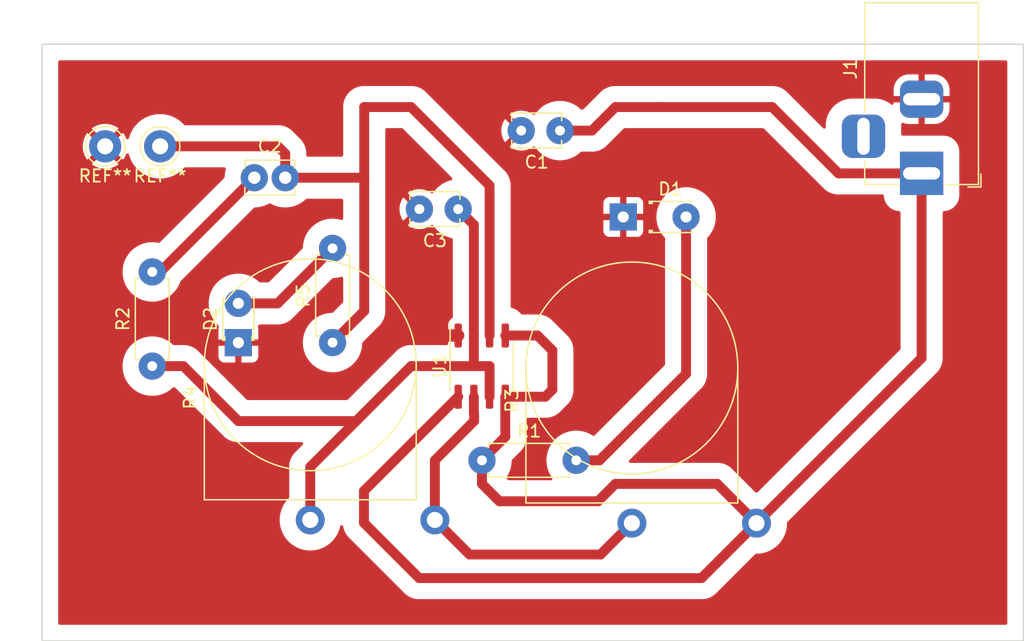
<source format=kicad_pcb>
(kicad_pcb (version 20211014) (generator pcbnew)
  (layers (0 "F.Cu" signal) (31 "B.Cu" signal) (34 "B.Paste" user) (35 "F.Paste" user) (36 "B.SilkS" user "B.Silkscreen") (37 "F.SilkS" user "F.Silkscreen") (38 "B.Mask" user) (39 "F.Mask" user) (44 "Edge.Cuts" user))
  (net 0 "")
  (net 1 "VCC")
  (net 2 "GND")
  (net 3 "Net-(C2-Pad1)")
  (net 4 "Vo")
  (net 5 "Net-(C3-Pad1)")
  (net 6 "Net-(D1-Pad2)")
  (net 7 "Net-(D2-Pad2)")
  (net 8 "Net-(R3-Pad2)")
  (footprint "Capacitor_THT:C_Disc_D3.8mm_W2.6mm_P2.50mm" (layer "F.Cu") (at 30.52 24.765)
    (fp_text reference "C2" (at 1.25 -2.55) (layer "F.SilkS"))
    (fp_text value "CAP")
    (fp_line (start -0.77 -1.42) (end -0.77 -0.795) (layer "F.SilkS") (width 0.12))
    (fp_line (start -0.77 0.795) (end -0.77 1.42) (layer "F.SilkS") (width 0.12))
    (fp_line (start 3.27 -1.42) (end 3.27 -0.795) (layer "F.SilkS") (width 0.12))
    (fp_line (start -0.77 1.42) (end 3.27 1.42) (layer "F.SilkS") (width 0.12))
    (fp_line (start -0.77 -1.42) (end 3.27 -1.42) (layer "F.SilkS") (width 0.12))
    (fp_line (start 3.27 0.795) (end 3.27 1.42) (layer "F.SilkS") (width 0.12))
    (pad "1" thru_hole circle (at 0 0) (size 2.2 2.2) (drill 1) (layers *.Cu *.Mask) (net 3 "Net-(C2-Pad1)"))
    (pad "2" thru_hole circle (at 2.5 0) (size 2.2 2.2) (drill 1) (layers *.Cu *.Mask) (net 4 "Vo"))
  )
  (footprint "Resistor_THT:R_Axial_DIN0207_L6.3mm_D2.5mm_P7.62mm_Horizontal" (layer "F.Cu") (at 48.935 47.625)
    (fp_text reference "R1" (at 3.81 -2.37) (layer "F.SilkS"))
    (fp_text value "R")
    (fp_line (start 7.08 -1.37) (end 7.08 -1.04) (layer "F.SilkS") (width 0.12))
    (fp_line (start 7.08 1.37) (end 7.08 1.04) (layer "F.SilkS") (width 0.12))
    (fp_line (start 0.54 -1.37) (end 7.08 -1.37) (layer "F.SilkS") (width 0.12))
    (fp_line (start 0.54 1.04) (end 0.54 1.37) (layer "F.SilkS") (width 0.12))
    (fp_line (start 0.54 -1.04) (end 0.54 -1.37) (layer "F.SilkS") (width 0.12))
    (fp_line (start 0.54 1.37) (end 7.08 1.37) (layer "F.SilkS") (width 0.12))
    (pad "1" thru_hole circle (at 0 0) (size 2.2 2.2) (drill 0.8) (layers *.Cu *.Mask) (net 1 "VCC"))
    (pad "2" thru_hole oval (at 7.62 0) (size 2.2 2.2) (drill 0.8) (layers *.Cu *.Mask) (net 6 "Net-(D1-Pad2)"))
  )
  (footprint "LED_THT:LED_D1.8mm_W3.3mm_H2.4mm" (layer "F.Cu") (at 62.905 27.94)
    (fp_text reference "D1" (at 1.27 -2.26) (layer "F.SilkS"))
    (fp_text value "LED")
    (fp_line (start -0.2 -1.26) (end -0.2 -1.08) (layer "F.SilkS") (width 0.12))
    (fp_line (start -0.44 1.08) (end -0.44 1.26) (layer "F.SilkS") (width 0.12))
    (fp_line (start -0.32 1.08) (end -0.32 1.26) (layer "F.SilkS") (width 0.12))
    (fp_line (start -0.44 -1.26) (end -0.44 -1.08) (layer "F.SilkS") (width 0.12))
    (fp_line (start -0.32 -1.26) (end -0.32 -1.08) (layer "F.SilkS") (width 0.12))
    (fp_line (start -0.44 1.26) (end 2.98 1.26) (layer "F.SilkS") (width 0.12))
    (fp_line (start 2.98 -1.26) (end 2.98 -1.095) (layer "F.SilkS") (width 0.12))
    (fp_line (start 2.98 1.095) (end 2.98 1.26) (layer "F.SilkS") (width 0.12))
    (fp_line (start -0.2 1.08) (end -0.2 1.26) (layer "F.SilkS") (width 0.12))
    (fp_line (start -0.44 -1.26) (end 2.98 -1.26) (layer "F.SilkS") (width 0.12))
    (pad "1" thru_hole rect (at -2.54 0) (size 2.2 2.2) (drill 0.9) (layers *.Cu *.Mask) (net 2 "GND"))
    (pad "2" thru_hole circle (at 2.54 0) (size 2.2 2.2) (drill 0.9) (layers *.Cu *.Mask) (net 6 "Net-(D1-Pad2)"))
  )
  (footprint "Package_SO:SOIC-8_3.9x4.9mm_P1.27mm" (layer "F.Cu") (at 48.915 40.005 90)
    (fp_text reference "U1" (at 0 -3.4 90) (layer "F.SilkS"))
    (fp_text value "NE555D")
    (fp_line (start 0 2.56) (end 1.95 2.56) (layer "F.SilkS") (width 0.12))
    (fp_line (start 0 2.56) (end -1.95 2.56) (layer "F.SilkS") (width 0.12))
    (fp_line (start 0 -2.56) (end 3.45 -2.56) (layer "F.SilkS") (width 0.12))
    (fp_line (start 0 -2.56) (end -1.95 -2.56) (layer "F.SilkS") (width 0.12))
    (pad "1" smd roundrect (at 2.475 -1.905 90) (size 1.95 0.6) (layers "F.Cu" "F.Paste" "F.Mask") (net 2 "GND"))
    (pad "2" smd roundrect (at 2.475 -0.635 90) (size 1.95 0.6) (layers "F.Cu" "F.Paste" "F.Mask") (net 5 "Net-(C3-Pad1)"))
    (pad "3" smd roundrect (at 2.475 0.635 90) (size 1.95 0.6) (layers "F.Cu" "F.Paste" "F.Mask") (net 4 "Vo"))
    (pad "4" smd roundrect (at 2.475 1.905 90) (size 1.95 0.6) (layers "F.Cu" "F.Paste" "F.Mask") (net 1 "VCC"))
    (pad "5" smd roundrect (at -2.475 1.905 90) (size 1.95 0.6) (layers "F.Cu" "F.Paste" "F.Mask") (net 1 "VCC"))
    (pad "6" smd roundrect (at -2.475 0.635 90) (size 1.95 0.6) (layers "F.Cu" "F.Paste" "F.Mask") (net 5 "Net-(C3-Pad1)"))
    (pad "7" smd roundrect (at -2.475 -0.635 90) (size 1.95 0.6) (layers "F.Cu" "F.Paste" "F.Mask") (net 8 "Net-(R3-Pad2)"))
    (pad "8" smd roundrect (at -2.475 -1.905 90) (size 1.95 0.6) (layers "F.Cu" "F.Paste" "F.Mask") (net 1 "VCC"))
  )
  (footprint "Connector_Pin:Pin_D1.3mm_L11.0mm" (layer "F.Cu") (at 18.455 22.225)
    (fp_text reference "REF**" (at 0 2.4) (layer "F.SilkS"))
    (fp_text value "Pin_D1.3mm_L11.0mm")
    (fp_circle (center 0 0) (end 1.6 0.05) (layer "F.SilkS") (width 0.12) (fill none))
    (pad "1" thru_hole circle (at 0 0) (size 2.6 2.6) (drill 1.3) (layers *.Cu *.Mask) (net 2 "GND"))
  )
  (footprint "Potentiometer_THT:Potentiometer_Omeg_PC16BU_Vertical" (layer "F.Cu") (at 40.045 52.445 90)
    (fp_text reference "R4" (at 9.915 -14.7 90) (layer "F.SilkS"))
    (fp_text value "R_Variable")
    (fp_line (start 1.63 -13.57) (end 12.55 -13.57) (layer "F.SilkS") (width 0.12))
    (fp_line (start 1.63 -13.57) (end 1.63 3.57) (layer "F.SilkS") (width 0.12))
    (fp_line (start 1.63 3.57) (end 12.55 3.57) (layer "F.SilkS") (width 0.12))
    (fp_circle (center 12.55 -5) (end 21.12 -5) (layer "F.SilkS") (width 0.12) (fill none))
    (pad "1" thru_hole circle (at 0 5.08 90) (size 2.34 2.34) (drill 1.3) (layers *.Cu *.Mask) (net 8 "Net-(R3-Pad2)"))
    (pad "2" thru_hole circle (at 0 -5 90) (size 2.34 2.34) (drill 1.3) (layers *.Cu *.Mask) (net 5 "Net-(C3-Pad1)"))
  )
  (footprint "Potentiometer_THT:Potentiometer_Omeg_PC16BU_Vertical" (layer "F.Cu") (at 66.06 52.705 90)
    (fp_text reference "R3" (at 9.915 -14.7 90) (layer "F.SilkS"))
    (fp_text value "R_Variable")
    (fp_line (start 1.63 3.57) (end 12.55 3.57) (layer "F.SilkS") (width 0.12))
    (fp_line (start 1.63 -13.57) (end 12.55 -13.57) (layer "F.SilkS") (width 0.12))
    (fp_line (start 1.63 -13.57) (end 1.63 3.57) (layer "F.SilkS") (width 0.12))
    (fp_circle (center 12.55 -5) (end 21.12 -5) (layer "F.SilkS") (width 0.12) (fill none))
    (pad "1" thru_hole circle (at 0 5.08 90) (size 2.34 2.34) (drill 1.3) (layers *.Cu *.Mask) (net 1 "VCC"))
    (pad "2" thru_hole circle (at 0 -5 90) (size 2.34 2.34) (drill 1.3) (layers *.Cu *.Mask) (net 8 "Net-(R3-Pad2)"))
  )
  (footprint "Connector_Pin:Pin_D1.3mm_L11.0mm" (layer "F.Cu") (at 22.9 22.225)
    (fp_text reference "REF**" (at 0 2.4) (layer "F.SilkS"))
    (fp_text value "Pin_D1.3mm_L11.0mm")
    (fp_circle (center 0 0) (end 1.6 0.05) (layer "F.SilkS") (width 0.12) (fill none))
    (pad "1" thru_hole circle (at 0 0) (size 2.6 2.6) (drill 1.3) (layers *.Cu *.Mask) (net 4 "Vo"))
  )
  (footprint "Connector_BarrelJack:BarrelJack_Horizontal" (layer "F.Cu") (at 84.495 24.415 -90)
    (fp_text reference "J1" (at -8.45 5.75 90) (layer "F.SilkS"))
    (fp_text value "Barrel_Jack")
    (fp_line (start -13.8 -4.6) (end 0.9 -4.6) (layer "F.SilkS") (width 0.12))
    (fp_line (start 0.9 -4.6) (end 0.9 -2) (layer "F.SilkS") (width 0.12))
    (fp_line (start 0.05 -4.8) (end 1.1 -4.8) (layer "F.SilkS") (width 0.12))
    (fp_line (start 1.1 -3.75) (end 1.1 -4.8) (layer "F.SilkS") (width 0.12))
    (fp_line (start 0.9 1.9) (end 0.9 4.6) (layer "F.SilkS") (width 0.12))
    (fp_line (start -5 4.6) (end -13.8 4.6) (layer "F.SilkS") (width 0.12))
    (fp_line (start -13.8 4.6) (end -13.8 -4.6) (layer "F.SilkS") (width 0.12))
    (fp_line (start 0.9 4.6) (end -1 4.6) (layer "F.SilkS") (width 0.12))
    (pad "1" thru_hole rect (at 0 0 270) (size 3.5 3.5) (drill oval 1 3) (layers *.Cu *.Mask) (net 1 "VCC"))
    (pad "2" thru_hole roundrect (at -6 0 270) (size 3 3.5) (drill oval 1 3) (layers *.Cu *.Mask) (net 2 "GND"))
    (pad "3" thru_hole roundrect (at -3 4.7 270) (size 3.5 3.5) (drill oval 3 1) (layers *.Cu *.Mask))
  )
  (footprint "Capacitor_THT:C_Disc_D3.8mm_W2.6mm_P2.50mm" (layer "F.Cu") (at 46.375 27.305 180)
    (fp_text reference "C3" (at 1.25 -2.55) (layer "F.SilkS"))
    (fp_text value "CAP")
    (fp_line (start -0.77 -1.42) (end -0.77 -0.795) (layer "F.SilkS") (width 0.12))
    (fp_line (start -0.77 -1.42) (end 3.27 -1.42) (layer "F.SilkS") (width 0.12))
    (fp_line (start 3.27 -1.42) (end 3.27 -0.795) (layer "F.SilkS") (width 0.12))
    (fp_line (start -0.77 0.795) (end -0.77 1.42) (layer "F.SilkS") (width 0.12))
    (fp_line (start -0.77 1.42) (end 3.27 1.42) (layer "F.SilkS") (width 0.12))
    (fp_line (start 3.27 0.795) (end 3.27 1.42) (layer "F.SilkS") (width 0.12))
    (pad "1" thru_hole circle (at -0.635 0 180) (size 2.2 2.2) (drill 0.8) (layers *.Cu *.Mask) (net 5 "Net-(C3-Pad1)"))
    (pad "2" thru_hole circle (at 2.5 0 180) (size 2.2 2.2) (drill 0.8) (layers *.Cu *.Mask) (net 2 "GND"))
  )
  (footprint "Resistor_THT:R_Axial_DIN0207_L6.3mm_D2.5mm_P7.62mm_Horizontal" (layer "F.Cu") (at 36.85 38.1 90)
    (fp_text reference "R5" (at 3.81 -2.37 90) (layer "F.SilkS"))
    (fp_text value "R")
    (fp_line (start 7.08 -1.37) (end 7.08 -1.04) (layer "F.SilkS") (width 0.12))
    (fp_line (start 0.54 1.04) (end 0.54 1.37) (layer "F.SilkS") (width 0.12))
    (fp_line (start 0.54 -1.04) (end 0.54 -1.37) (layer "F.SilkS") (width 0.12))
    (fp_line (start 7.08 1.37) (end 7.08 1.04) (layer "F.SilkS") (width 0.12))
    (fp_line (start 0.54 1.37) (end 7.08 1.37) (layer "F.SilkS") (width 0.12))
    (fp_line (start 0.54 -1.37) (end 7.08 -1.37) (layer "F.SilkS") (width 0.12))
    (pad "1" thru_hole circle (at 0 0 90) (size 2.2 2.2) (drill 0.8) (layers *.Cu *.Mask) (net 4 "Vo"))
    (pad "2" thru_hole oval (at 7.62 0 90) (size 2.2 2.2) (drill 0.8) (layers *.Cu *.Mask) (net 7 "Net-(D2-Pad2)"))
  )
  (footprint "Resistor_THT:R_Axial_DIN0207_L6.3mm_D2.5mm_P7.62mm_Horizontal" (layer "F.Cu") (at 22.265 40.005 90)
    (fp_text reference "R2" (at 3.81 -2.37 90) (layer "F.SilkS"))
    (fp_text value "R")
    (fp_line (start 7.08 -1.37) (end 7.08 -1.04) (layer "F.SilkS") (width 0.12))
    (fp_line (start 0.54 1.37) (end 7.08 1.37) (layer "F.SilkS") (width 0.12))
    (fp_line (start 0.54 1.04) (end 0.54 1.37) (layer "F.SilkS") (width 0.12))
    (fp_line (start 0.54 -1.37) (end 7.08 -1.37) (layer "F.SilkS") (width 0.12))
    (fp_line (start 0.54 -1.04) (end 0.54 -1.37) (layer "F.SilkS") (width 0.12))
    (fp_line (start 7.08 1.37) (end 7.08 1.04) (layer "F.SilkS") (width 0.12))
    (pad "1" thru_hole circle (at 0 0 90) (size 2.2 2.2) (drill 0.8) (layers *.Cu *.Mask) (net 5 "Net-(C3-Pad1)"))
    (pad "2" thru_hole oval (at 7.62 0 90) (size 2.2 2.2) (drill 0.8) (layers *.Cu *.Mask) (net 3 "Net-(C2-Pad1)"))
  )
  (footprint "Capacitor_THT:C_Disc_D3.8mm_W2.6mm_P2.50mm" (layer "F.Cu") (at 54.61 20.955 180)
    (fp_text reference "C1" (at 1.25 -2.55) (layer "F.SilkS"))
    (fp_text value "CAP")
    (fp_line (start 3.27 0.795) (end 3.27 1.42) (layer "F.SilkS") (width 0.12))
    (fp_line (start -0.77 -1.42) (end -0.77 -0.795) (layer "F.SilkS") (width 0.12))
    (fp_line (start -0.77 -1.42) (end 3.27 -1.42) (layer "F.SilkS") (width 0.12))
    (fp_line (start 3.27 -1.42) (end 3.27 -0.795) (layer "F.SilkS") (width 0.12))
    (fp_line (start -0.77 0.795) (end -0.77 1.42) (layer "F.SilkS") (width 0.12))
    (fp_line (start -0.77 1.42) (end 3.27 1.42) (layer "F.SilkS") (width 0.12))
    (pad "1" thru_hole circle (at -0.635 0 180) (size 2.2 2.2) (drill 0.8) (layers *.Cu *.Mask) (net 1 "VCC"))
    (pad "2" thru_hole circle (at 2.5 0 180) (size 2.2 2.2) (drill 0.8) (layers *.Cu *.Mask) (net 2 "GND"))
  )
  (footprint "LED_THT:LED_D1.8mm_W3.3mm_H2.4mm" (layer "F.Cu") (at 29.23 37.47 90)
    (fp_text reference "D2" (at 1.27 -2.26 90) (layer "F.SilkS"))
    (fp_text value "LED")
    (fp_line (start -0.2 -1.26) (end -0.2 -1.08) (layer "F.SilkS") (width 0.12))
    (fp_line (start -0.44 -1.26) (end -0.44 -1.08) (layer "F.SilkS") (width 0.12))
    (fp_line (start -0.44 -1.26) (end 2.98 -1.26) (layer "F.SilkS") (width 0.12))
    (fp_line (start -0.44 1.08) (end -0.44 1.26) (layer "F.SilkS") (width 0.12))
    (fp_line (start -0.32 -1.26) (end -0.32 -1.08) (layer "F.SilkS") (width 0.12))
    (fp_line (start 2.98 -1.26) (end 2.98 -1.095) (layer "F.SilkS") (width 0.12))
    (fp_line (start -0.44 1.26) (end 2.98 1.26) (layer "F.SilkS") (width 0.12))
    (fp_line (start 2.98 1.095) (end 2.98 1.26) (layer "F.SilkS") (width 0.12))
    (fp_line (start -0.2 1.08) (end -0.2 1.26) (layer "F.SilkS") (width 0.12))
    (fp_line (start -0.32 1.08) (end -0.32 1.26) (layer "F.SilkS") (width 0.12))
    (pad "1" thru_hole rect (at -0.635 0 90) (size 2.2 2.2) (drill 0.9) (layers *.Cu *.Mask) (net 2 "GND"))
    (pad "2" thru_hole circle (at 2.54 0 90) (size 2.2 2.2) (drill 0.9) (layers *.Cu *.Mask) (net 7 "Net-(D2-Pad2)"))
  )
  (gr_line (start 92.73 13.97) (end 13.355 13.97) (layer "Edge.Cuts") (width 0.1))
  (gr_line (start 92.73 13.97) (end 92.73 62.23) (layer "Edge.Cuts") (width 0.1))
  (gr_line (start 92.73 62.23) (end 13.355 62.23) (layer "Edge.Cuts") (width 0.1))
  (gr_line (start 13.355 62.23) (end 13.355 13.97) (layer "Edge.Cuts") (width 0.1))
  (segment (start 59.73 49.53) (end 67.965 49.53) (width 0.8) (layer "F.Cu") (net 1))
  (segment (start 66.695 57.15) (end 71.14 52.705) (width 0.8) (layer "F.Cu") (net 1))
  (segment (start 54.63 41.91) (end 54.06 42.48) (width 0.8) (layer "F.Cu") (net 1))
  (segment (start 50.82 37.53) (end 51.52 37.53) (width 0.8) (layer "F.Cu") (net 1))
  (segment (start 84.495 39.35) (end 71.14 52.705) (width 0.8) (layer "F.Cu") (net 1))
  (segment (start 50.340489 50.935489) (end 58.324511 50.935489) (width 0.8) (layer "F.Cu") (net 1))
  (segment (start 72.41 19.05) (end 63.54 19.05) (width 0.8) (layer "F.Cu") (net 1))
  (segment (start 39.39 50.1) (end 39.39 52.685) (width 0.8) (layer "F.Cu") (net 1))
  (segment (start 63.54 19.05) (end 59.73 19.05) (width 0.8) (layer "F.Cu") (net 1))
  (segment (start 47.01 42.48) (end 39.39 50.1) (width 0.8) (layer "F.Cu") (net 1))
  (segment (start 72.41 19.05) (end 77.775 24.415) (width 0.8) (layer "F.Cu") (net 1))
  (segment (start 39.39 52.685) (end 43.855 57.15) (width 0.8) (layer "F.Cu") (net 1))
  (segment (start 54.06 42.48) (end 50.82 42.48) (width 0.8) (layer "F.Cu") (net 1))
  (segment (start 84.495 24.415) (end 84.495 39.35) (width 0.8) (layer "F.Cu") (net 1))
  (segment (start 77.775 24.415) (end 84.495 24.415) (width 0.8) (layer "F.Cu") (net 1))
  (segment (start 43.855 57.15) (end 66.695 57.15) (width 0.8) (layer "F.Cu") (net 1))
  (segment (start 53.425 37.53) (end 54.63 38.735) (width 0.8) (layer "F.Cu") (net 1))
  (segment (start 67.965 49.53) (end 71.14 52.705) (width 0.8) (layer "F.Cu") (net 1))
  (segment (start 48.935 49.53) (end 50.340489 50.935489) (width 0.8) (layer "F.Cu") (net 1))
  (segment (start 48.935 47.605) (end 48.935 49.53) (width 0.8) (layer "F.Cu") (net 1))
  (segment (start 57.825 20.955) (end 55.245 20.955) (width 0.8) (layer "F.Cu") (net 1))
  (segment (start 51.52 37.53) (end 53.425 37.53) (width 0.8) (layer "F.Cu") (net 1))
  (segment (start 50.82 45.72) (end 48.935 47.605) (width 0.8) (layer "F.Cu") (net 1))
  (segment (start 58.324511 50.935489) (end 59.73 49.53) (width 0.8) (layer "F.Cu") (net 1))
  (segment (start 50.82 42.48) (end 50.82 45.72) (width 0.8) (layer "F.Cu") (net 1))
  (segment (start 54.63 38.735) (end 54.63 41.91) (width 0.8) (layer "F.Cu") (net 1))
  (segment (start 59.73 19.05) (end 57.825 20.955) (width 0.8) (layer "F.Cu") (net 1))
  (segment (start 47.01 37.53) (end 45.15 37.53) (width 1) (layer "F.Cu") (net 2))
  (segment (start 30.52 24.765) (end 22.9 32.385) (width 0.8) (layer "F.Cu") (net 3))
  (segment (start 22.9 32.385) (end 22.265 32.385) (width 0.8) (layer "F.Cu") (net 3))
  (segment (start 33.02 22.82) (end 32.425 22.225) (width 0.8) (layer "F.Cu") (net 4))
  (segment (start 33.02 24.765) (end 33.02 22.82) (width 0.8) (layer "F.Cu") (net 4))
  (segment (start 39.41 19.05) (end 43.2 19.05) (width 0.8) (layer "F.Cu") (net 4))
  (segment (start 32.425 22.225) (end 22.9 22.225) (width 0.8) (layer "F.Cu") (net 4))
  (segment (start 49.55 25.4) (end 49.55 37.53) (width 0.8) (layer "F.Cu") (net 4))
  (segment (start 43.2 19.05) (end 49.55 25.4) (width 0.8) (layer "F.Cu") (net 4))
  (segment (start 39.41 35.54) (end 36.85 38.1) (width 0.8) (layer "F.Cu") (net 4))
  (segment (start 39.41 24.765) (end 39.41 35.54) (width 0.8) (layer "F.Cu") (net 4))
  (segment (start 39.41 24.765) (end 33.02 24.765) (width 0.8) (layer "F.Cu") (net 4))
  (segment (start 39.41 24.765) (end 39.41 19.05) (width 0.8) (layer "F.Cu") (net 4))
  (segment (start 24.785 40.005) (end 29.23 44.45) (width 0.8) (layer "F.Cu") (net 5))
  (segment (start 35.045 48.16) (end 35.045 52.445) (width 0.8) (layer "F.Cu") (net 5))
  (segment (start 48.28 37.53) (end 48.28 28.575) (width 0.8) (layer "F.Cu") (net 5))
  (segment (start 48.28 40.005) (end 49.55 40.005) (width 0.8) (layer "F.Cu") (net 5))
  (segment (start 49.55 40.005) (end 49.55 42.48) (width 0.8) (layer "F.Cu") (net 5))
  (segment (start 29.23 44.45) (end 38.755 44.45) (width 0.8) (layer "F.Cu") (net 5))
  (segment (start 24.785 40.005) (end 22.265 40.005) (width 0.8) (layer "F.Cu") (net 5))
  (segment (start 43.2 40.005) (end 48.28 40.005) (width 0.8) (layer "F.Cu") (net 5))
  (segment (start 48.28 37.906072) (end 48.28 37.53) (width 0.25) (layer "F.Cu") (net 5))
  (segment (start 38.755 44.45) (end 35.045 48.16) (width 0.8) (layer "F.Cu") (net 5))
  (segment (start 48.28 37.53) (end 48.28 40.005) (width 0.8) (layer "F.Cu") (net 5))
  (segment (start 38.755 44.45) (end 43.2 40.005) (width 0.8) (layer "F.Cu") (net 5))
  (segment (start 48.28 28.575) (end 47.01 27.305) (width 0.8) (layer "F.Cu") (net 5))
  (segment (start 65.445 40.62) (end 65.445 27.94) (width 0.8) (layer "F.Cu") (net 6))
  (segment (start 58.44 47.625) (end 56.555 47.625) (width 0.8) (layer "F.Cu") (net 6))
  (segment (start 65.445 40.62) (end 58.44 47.625) (width 0.8) (layer "F.Cu") (net 6))
  (segment (start 32.4 34.93) (end 36.85 30.48) (width 0.8) (layer "F.Cu") (net 7))
  (segment (start 29.23 34.93) (end 32.4 34.93) (width 0.8) (layer "F.Cu") (net 7))
  (segment (start 45.125 47.625) (end 48.3 44.45) (width 0.8) (layer "F.Cu") (net 8))
  (segment (start 48.28 42.48) (end 48.28 43.815) (width 0.8) (layer "F.Cu") (net 8))
  (segment (start 48.3 44.45) (end 48.3 43.835) (width 0.8) (layer "F.Cu") (net 8))
  (segment (start 58.52 55.245) (end 61.06 52.705) (width 0.8) (layer "F.Cu") (net 8))
  (segment (start 45.125 52.445) (end 47.925 55.245) (width 0.8) (layer "F.Cu") (net 8))
  (segment (start 47.925 55.245) (end 58.52 55.245) (width 0.8) (layer "F.Cu") (net 8))
  (segment (start 45.125 52.445) (end 45.125 47.625) (width 0.8) (layer "F.Cu") (net 8))
  (segment (start 48.3 43.835) (end 48.28 43.815) (width 0.8) (layer "F.Cu") (net 8))
  (zone (net 2) (net_name "GND") (layer "F.Cu") (connect_pads (clearance 1.3)) (min_thickness 0.254) (fill yes (thermal_gap 0.508) (thermal_bridge_width 0.508))
    (polygon (pts (xy 92.73 62.23) (xy 13.355 62.23) (xy 13.355 13.97) (xy 92.73 13.97)))
  )
)
</source>
